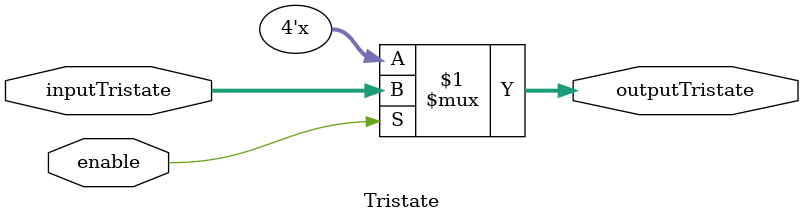
<source format=sv>
module Tristate
	(input logic[3:0] inputTristate,
	input logic enable,
	output tri[3:0] outputTristate);
		
	assign outputTristate = enable ? inputTristate : 4'bz;

endmodule

</source>
